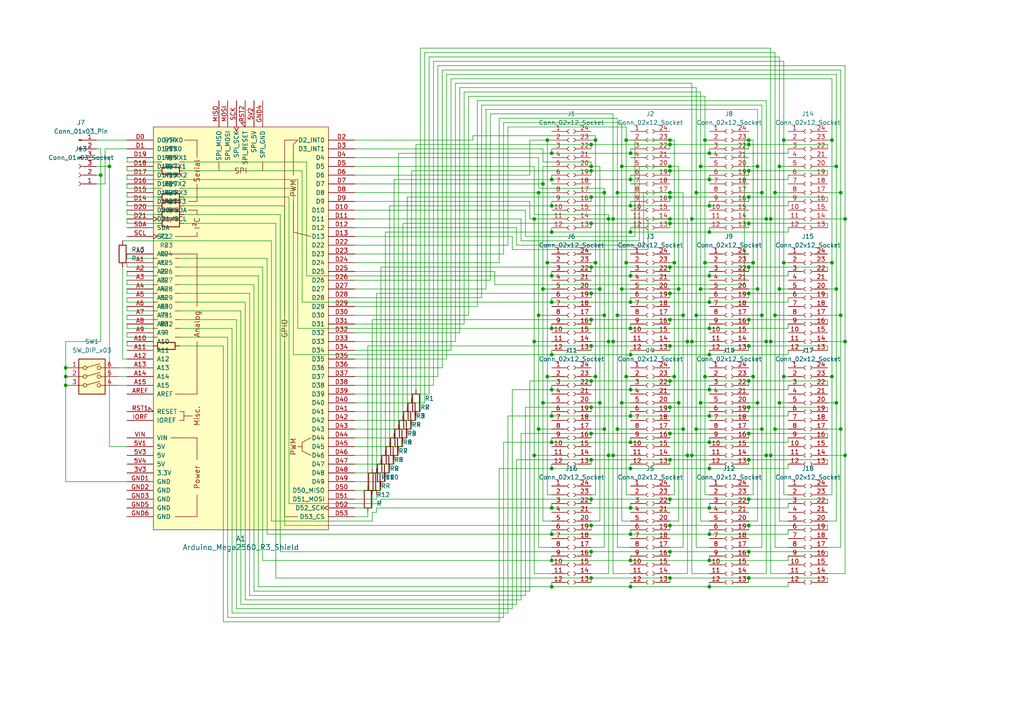
<source format=kicad_sch>
(kicad_sch (version 20250114) (generator "eeschema") (generator_version "9.0")
  (paper "A4")
  (junction (at 220.98 124.46))
  (junction (at 201.93 55.88))
  (junction (at 217.17 100.33))
  (junction (at 205.74 95.25))
  (junction (at 175.26 55.88))
  (junction (at 175.26 91.44))
  (junction (at 173.99 116.84))
  (junction (at 224.79 124.46))
  (junction (at 171.45 57.15))
  (junction (at 171.45 110.49))
  (junction (at 223.52 63.5))
  (junction (at 171.45 133.35))
  (junction (at 160.02 162.56))
  (junction (at 171.45 92.71))
  (junction (at 177.8 99.06))
  (junction (at 205.74 170.18))
  (junction (at 182.88 44.45))
  (junction (at 156.21 55.88))
  (junction (at 199.39 132.08))
  (junction (at 227.33 109.22))
  (junction (at 158.75 109.22))
  (junction (at 194.31 48.26))
  (junction (at 19.05 109.22))
  (junction (at 182.88 128.27))
  (junction (at 157.48 53.34))
  (junction (at 160.02 113.03))
  (junction (at 171.45 48.26))
  (junction (at 160.02 102.87))
  (junction (at 181.61 109.22))
  (junction (at 222.25 63.5))
  (junction (at 177.8 132.08))
  (junction (at 200.66 99.06))
  (junction (at 19.05 106.68))
  (junction (at 182.88 87.63))
  (junction (at 205.74 102.87))
  (junction (at 205.74 113.03))
  (junction (at 194.31 63.5))
  (junction (at 171.45 152.4))
  (junction (at 218.44 109.22))
  (junction (at 194.31 167.64))
  (junction (at 227.33 76.2))
  (junction (at 195.58 76.2))
  (junction (at 205.74 87.63))
  (junction (at 204.47 76.2))
  (junction (at 223.52 99.06))
  (junction (at 200.66 132.08))
  (junction (at 217.17 110.49))
  (junction (at 171.45 144.78))
  (junction (at 217.17 57.15))
  (junction (at 160.02 67.31))
  (junction (at 219.71 116.84))
  (junction (at 205.74 162.56))
  (junction (at 160.02 44.45))
  (junction (at 171.45 85.09))
  (junction (at 217.17 40.64))
  (junction (at 200.66 63.5))
  (junction (at 243.84 124.46))
  (junction (at 194.31 100.33))
  (junction (at 173.99 83.82))
  (junction (at 182.88 67.31))
  (junction (at 242.57 116.84))
  (junction (at 241.3 40.64))
  (junction (at 176.53 99.06))
  (junction (at 181.61 76.2))
  (junction (at 243.84 91.44))
  (junction (at 217.17 167.64))
  (junction (at 182.88 113.03))
  (junction (at 205.74 52.07))
  (junction (at 194.31 57.15))
  (junction (at 203.2 116.84))
  (junction (at 220.98 55.88))
  (junction (at 194.31 85.09))
  (junction (at 177.8 63.5))
  (junction (at 217.17 41.91))
  (junction (at 171.45 77.47))
  (junction (at 223.52 132.08))
  (junction (at 194.31 41.91))
  (junction (at 205.74 44.45))
  (junction (at 179.07 55.88))
  (junction (at 219.71 83.82))
  (junction (at 194.31 125.73))
  (junction (at 182.88 52.07))
  (junction (at 194.31 152.4))
  (junction (at 217.17 85.09))
  (junction (at 204.47 109.22))
  (junction (at 217.17 118.11))
  (junction (at 171.45 167.64))
  (junction (at 198.12 124.46))
  (junction (at 180.34 48.26))
  (junction (at 205.74 128.27))
  (junction (at 205.74 80.01))
  (junction (at 176.53 132.08))
  (junction (at 242.57 48.26))
  (junction (at 172.72 76.2))
  (junction (at 171.45 118.11))
  (junction (at 194.31 160.02))
  (junction (at 157.48 116.84))
  (junction (at 245.11 63.5))
  (junction (at 160.02 95.25))
  (junction (at 242.57 83.82))
  (junction (at 182.88 120.65))
  (junction (at 182.88 95.25))
  (junction (at 156.21 124.46))
  (junction (at 180.34 116.84))
  (junction (at 182.88 102.87))
  (junction (at 217.17 152.4))
  (junction (at 194.31 64.77))
  (junction (at 158.75 76.2))
  (junction (at 226.06 83.82))
  (junction (at 217.17 133.35))
  (junction (at 19.05 111.76))
  (junction (at 182.88 80.01))
  (junction (at 205.74 67.31))
  (junction (at 157.48 83.82))
  (junction (at 171.45 64.77))
  (junction (at 154.94 132.08))
  (junction (at 172.72 109.22))
  (junction (at 198.12 91.44))
  (junction (at 205.74 135.89))
  (junction (at 226.06 48.26))
  (junction (at 194.31 92.71))
  (junction (at 171.45 160.02))
  (junction (at 160.02 128.27))
  (junction (at 160.02 52.07))
  (junction (at 160.02 80.01))
  (junction (at 171.45 125.73))
  (junction (at 154.94 99.06))
  (junction (at 160.02 120.65))
  (junction (at 218.44 76.2))
  (junction (at 176.53 63.5))
  (junction (at 194.31 118.11))
  (junction (at 182.88 147.32))
  (junction (at 194.31 40.64))
  (junction (at 160.02 147.32))
  (junction (at 217.17 125.73))
  (junction (at 217.17 64.77))
  (junction (at 29.21 50.8))
  (junction (at 194.31 144.78))
  (junction (at 156.21 91.44))
  (junction (at 160.02 59.69))
  (junction (at 195.58 109.22))
  (junction (at 194.31 110.49))
  (junction (at 217.17 160.02))
  (junction (at 227.33 40.64))
  (junction (at 194.31 55.88))
  (junction (at 154.94 63.5))
  (junction (at 175.26 124.46))
  (junction (at 194.31 77.47))
  (junction (at 31.75 48.26))
  (junction (at 226.06 116.84))
  (junction (at 196.85 116.84))
  (junction (at 158.75 40.64))
  (junction (at 196.85 83.82))
  (junction (at 222.25 99.06))
  (junction (at 217.17 92.71))
  (junction (at 160.02 154.94))
  (junction (at 194.31 133.35))
  (junction (at 203.2 48.26))
  (junction (at 160.02 87.63))
  (junction (at 224.79 55.88))
  (junction (at 241.3 76.2))
  (junction (at 205.74 147.32))
  (junction (at 179.07 91.44))
  (junction (at 171.45 49.53))
  (junction (at 199.39 99.06))
  (junction (at 201.93 124.46))
  (junction (at 171.45 41.91))
  (junction (at 181.61 40.64))
  (junction (at 205.74 154.94))
  (junction (at 205.74 120.65))
  (junction (at 220.98 91.44))
  (junction (at 245.11 99.06))
  (junction (at 201.93 91.44))
  (junction (at 245.11 132.08))
  (junction (at 217.17 49.53))
  (junction (at 217.17 144.78))
  (junction (at 217.17 77.47))
  (junction (at 171.45 100.33))
  (junction (at 182.88 59.69))
  (junction (at 172.72 40.64))
  (junction (at 219.71 48.26))
  (junction (at 224.79 91.44))
  (junction (at 179.07 124.46))
  (junction (at 182.88 135.89))
  (junction (at 203.2 83.82))
  (junction (at 182.88 162.56))
  (junction (at 182.88 170.18))
  (junction (at 194.31 49.53))
  (junction (at 182.88 154.94))
  (junction (at 180.34 83.82))
  (junction (at 160.02 135.89))
  (junction (at 243.84 55.88))
  (junction (at 222.25 132.08))
  (junction (at 205.74 59.69))
  (junction (at 204.47 40.64))
  (junction (at 241.3 109.22))
  (junction (at 160.02 170.18))
  (wire (pts (xy 115.57 123.19) (xy 115.57 44.45)))
  (wire (pts (xy 205.74 170.18) (xy 228.6 170.18)))
  (wire (pts (xy 217.17 55.88) (xy 220.98 55.88)))
  (wire (pts (xy 205.74 52.07) (xy 205.74 50.8)))
  (wire (pts (xy 36.83 80.01) (xy 36.83 78.74)))
  (wire (pts (xy 182.88 86.36) (xy 182.88 87.63)))
  (wire (pts (xy 127 109.22) (xy 127 19.05)))
  (wire (pts (xy 152.4 68.58) (xy 184.15 68.58)))
  (wire (pts (xy 241.3 76.2) (xy 241.3 109.22)))
  (wire (pts (xy 160.02 80.01) (xy 88.9 80.01)))
  (wire (pts (xy 228.6 48.26) (xy 226.06 48.26)))
  (wire (pts (xy 241.3 40.64) (xy 241.3 76.2)))
  (wire (pts (xy 31.75 129.54) (xy 31.75 48.26)))
  (wire (pts (xy 156.21 54.61) (xy 156.21 45.72)))
  (wire (pts (xy 172.72 40.64) (xy 172.72 39.37)))
  (wire (pts (xy 147.32 177.8) (xy 147.32 120.65)))
  (wire (pts (xy 228.6 52.07) (xy 228.6 50.8)))
  (wire (pts (xy 29.21 50.8) (xy 29.21 99.06)))
  (wire (pts (xy 157.48 46.99) (xy 171.45 46.99)))
  (wire (pts (xy 187.96 72.39) (xy 148.59 72.39)))
  (wire (pts (xy 220.98 30.48) (xy 220.98 55.88)))
  (wire (pts (xy 160.02 50.8) (xy 160.02 52.07)))
  (wire (pts (xy 36.83 62.23) (xy 45.72 62.23)))
  (wire (pts (xy 113.03 128.27) (xy 113.03 59.69)))
  (wire (pts (xy 205.74 59.69) (xy 228.6 59.69)))
  (wire (pts (xy 53.34 62.23) (xy 81.28 62.23)))
  (wire (pts (xy 205.74 40.64) (xy 204.47 40.64)))
  (wire (pts (xy 241.3 109.22) (xy 241.3 143.51)))
  (wire (pts (xy 36.83 77.47) (xy 44.45 77.47)))
  (wire (pts (xy 45.72 59.69) (xy 36.83 59.69)))
  (wire (pts (xy 245.11 99.06) (xy 245.11 132.08)))
  (wire (pts (xy 36.83 54.61) (xy 45.72 54.61)))
  (wire (pts (xy 157.48 43.18) (xy 157.48 46.99)))
  (wire (pts (xy 217.17 133.35) (xy 217.17 134.62)))
  (wire (pts (xy 36.83 53.34) (xy 36.83 54.61)))
  (wire (pts (xy 149.86 133.35) (xy 171.45 133.35)))
  (wire (pts (xy 241.3 40.64) (xy 241.3 22.86)))
  (wire (pts (xy 227.33 40.64) (xy 227.33 17.78)))
  (wire (pts (xy 171.45 160.02) (xy 171.45 161.29)))
  (wire (pts (xy 204.47 40.64) (xy 204.47 76.2)))
  (wire (pts (xy 223.52 99.06) (xy 223.52 132.08)))
  (wire (pts (xy 177.8 63.5) (xy 177.8 33.02)))
  (wire (pts (xy 44.45 95.25) (xy 36.83 95.25)))
  (wire (pts (xy 102.87 58.42) (xy 153.67 58.42)))
  (wire (pts (xy 240.03 55.88) (xy 243.84 55.88)))
  (wire (pts (xy 194.31 144.78) (xy 194.31 146.05)))
  (wire (pts (xy 182.88 43.18) (xy 182.88 44.45)))
  (wire (pts (xy 240.03 152.4) (xy 240.03 153.67)))
  (wire (pts (xy 194.31 91.44) (xy 198.12 91.44)))
  (wire (pts (xy 116.84 128.27) (xy 116.84 129.54)))
  (wire (pts (xy 240.03 160.02) (xy 217.17 160.02)))
  (wire (pts (xy 220.98 124.46) (xy 220.98 158.75)))
  (wire (pts (xy 160.02 127) (xy 160.02 128.27)))
  (wire (pts (xy 176.53 63.5) (xy 176.53 99.06)))
  (wire (pts (xy 144.78 135.89) (xy 160.02 135.89)))
  (wire (pts (xy 146.05 128.27) (xy 146.05 179.07)))
  (wire (pts (xy 196.85 151.13) (xy 194.31 151.13)))
  (wire (pts (xy 149.86 66.04) (xy 149.86 71.12)))
  (wire (pts (xy 240.03 160.02) (xy 240.03 161.29)))
  (wire (pts (xy 156.21 124.46) (xy 160.02 124.46)))
  (wire (pts (xy 186.69 55.88) (xy 194.31 55.88)))
  (wire (pts (xy 129.54 104.14) (xy 129.54 21.59)))
  (wire (pts (xy 228.6 59.69) (xy 228.6 58.42)))
  (wire (pts (xy 194.31 77.47) (xy 171.45 77.47)))
  (wire (pts (xy 227.33 40.64) (xy 227.33 76.2)))
  (wire (pts (xy 160.02 40.64) (xy 158.75 40.64)))
  (wire (pts (xy 152.4 60.96) (xy 152.4 68.58)))
  (wire (pts (xy 177.8 63.5) (xy 182.88 63.5)))
  (wire (pts (xy 194.31 99.06) (xy 199.39 99.06)))
  (wire (pts (xy 45.72 46.99) (xy 36.83 46.99)))
  (wire (pts (xy 217.17 125.73) (xy 194.31 125.73)))
  (wire (pts (xy 121.92 13.97) (xy 223.52 13.97)))
  (wire (pts (xy 115.57 44.45) (xy 160.02 44.45)))
  (wire (pts (xy 181.61 76.2) (xy 181.61 109.22)))
  (wire (pts (xy 242.57 21.59) (xy 242.57 48.26)))
  (wire (pts (xy 181.61 40.64) (xy 181.61 36.83)))
  (wire (pts (xy 36.83 76.2) (xy 36.83 77.47)))
  (wire (pts (xy 102.87 48.26) (xy 154.94 48.26)))
  (wire (pts (xy 102.87 60.96) (xy 152.4 60.96)))
  (wire (pts (xy 186.69 71.12) (xy 186.69 55.88)))
  (wire (pts (xy 240.03 77.47) (xy 217.17 77.47)))
  (wire (pts (xy 83.82 146.05) (xy 83.82 57.15)))
  (wire (pts (xy 158.75 76.2) (xy 160.02 76.2)))
  (wire (pts (xy 182.88 48.26) (xy 180.34 48.26)))
  (wire (pts (xy 200.66 132.08) (xy 205.74 132.08)))
  (wire (pts (xy 115.57 132.08) (xy 115.57 130.81)))
  (wire (pts (xy 203.2 83.82) (xy 203.2 116.84)))
  (wire (pts (xy 203.2 26.67) (xy 134.62 26.67)))
  (wire (pts (xy 88.9 80.01) (xy 88.9 46.99)))
  (wire (pts (xy 182.88 95.25) (xy 205.74 95.25)))
  (wire (pts (xy 102.87 43.18) (xy 157.48 43.18)))
  (wire (pts (xy 128.27 20.32) (xy 128.27 106.68)))
  (wire (pts (xy 228.6 101.6) (xy 228.6 102.87)))
  (wire (pts (xy 158.75 40.64) (xy 153.67 40.64)))
  (wire (pts (xy 127 19.05) (xy 245.11 19.05)))
  (wire (pts (xy 228.6 119.38) (xy 228.6 120.65)))
  (wire (pts (xy 200.66 99.06) (xy 200.66 132.08)))
  (wire (pts (xy 52.07 77.47) (xy 76.2 77.47)))
  (wire (pts (xy 215.9 82.55) (xy 215.9 40.64)))
  (wire (pts (xy 227.33 76.2) (xy 228.6 76.2)))
  (wire (pts (xy 142.24 33.02) (xy 177.8 33.02)))
  (wire (pts (xy 157.48 83.82) (xy 160.02 83.82)))
  (wire (pts (xy 158.75 109.22) (xy 158.75 143.51)))
  (wire (pts (xy 200.66 63.5) (xy 200.66 24.13)))
  (wire (pts (xy 205.74 162.56) (xy 228.6 162.56)))
  (wire (pts (xy 240.03 125.73) (xy 240.03 127)))
  (wire (pts (xy 102.87 109.22) (xy 127 109.22)))
  (wire (pts (xy 187.96 63.5) (xy 187.96 72.39)))
  (wire (pts (xy 151.13 63.5) (xy 151.13 69.85)))
  (wire (pts (xy 102.87 81.28) (xy 142.24 81.28)))
  (wire (pts (xy 200.66 24.13) (xy 132.08 24.13)))
  (wire (pts (xy 160.02 58.42) (xy 160.02 59.69)))
  (wire (pts (xy 217.17 110.49) (xy 194.31 110.49)))
  (wire (pts (xy 171.45 46.99) (xy 171.45 48.26)))
  (wire (pts (xy 172.72 40.64) (xy 172.72 76.2)))
  (wire (pts (xy 171.45 77.47) (xy 171.45 78.74)))
  (wire (pts (xy 125.73 17.78) (xy 125.73 111.76)))
  (wire (pts (xy 242.57 151.13) (xy 240.03 151.13)))
  (wire (pts (xy 71.12 87.63) (xy 71.12 173.99)))
  (wire (pts (xy 154.94 62.23) (xy 154.94 48.26)))
  (wire (pts (xy 171.45 132.08) (xy 176.53 132.08)))
  (wire (pts (xy 175.26 124.46) (xy 175.26 158.75)))
  (wire (pts (xy 228.6 153.67) (xy 228.6 154.94)))
  (wire (pts (xy 80.01 167.64) (xy 80.01 64.77)))
  (wire (pts (xy 171.45 167.64) (xy 80.01 167.64)))
  (wire (pts (xy 171.45 77.47) (xy 110.49 77.47)))
  (wire (pts (xy 204.47 27.94) (xy 204.47 40.64)))
  (wire (pts (xy 147.32 36.83) (xy 147.32 71.12)))
  (wire (pts (xy 240.03 167.64) (xy 217.17 167.64)))
  (wire (pts (xy 102.87 144.78) (xy 109.22 144.78)))
  (wire (pts (xy 201.93 124.46) (xy 201.93 91.44)))
  (wire (pts (xy 224.79 91.44) (xy 228.6 91.44)))
  (wire (pts (xy 217.17 85.09) (xy 194.31 85.09)))
  (wire (pts (xy 240.03 49.53) (xy 217.17 49.53)))
  (wire (pts (xy 172.72 76.2) (xy 172.72 109.22)))
  (wire (pts (xy 36.83 52.07) (xy 36.83 50.8)))
  (wire (pts (xy 240.03 144.78) (xy 217.17 144.78)))
  (wire (pts (xy 217.17 144.78) (xy 194.31 144.78)))
  (wire (pts (xy 194.31 49.53) (xy 194.31 50.8)))
  (wire (pts (xy 217.17 48.26) (xy 219.71 48.26)))
  (wire (pts (xy 240.03 132.08) (xy 245.11 132.08)))
  (wire (pts (xy 205.74 135.89) (xy 228.6 135.89)))
  (wire (pts (xy 194.31 49.53) (xy 171.45 49.53)))
  (wire (pts (xy 102.87 68.58) (xy 148.59 68.58)))
  (wire (pts (xy 182.88 168.91) (xy 182.88 170.18)))
  (wire (pts (xy 45.72 57.15) (xy 36.83 57.15)))
  (wire (pts (xy 36.83 95.25) (xy 36.83 93.98)))
  (wire (pts (xy 102.87 93.98) (xy 134.62 93.98)))
  (wire (pts (xy 194.31 118.11) (xy 194.31 119.38)))
  (wire (pts (xy 31.75 48.26) (xy 27.94 48.26)))
  (wire (pts (xy 171.45 144.78) (xy 110.49 144.78)))
  (wire (pts (xy 34.29 109.22) (xy 36.83 109.22)))
  (wire (pts (xy 29.21 99.06) (xy 19.05 99.06)))
  (wire (pts (xy 194.31 167.64) (xy 194.31 168.91)))
  (wire (pts (xy 72.39 85.09) (xy 72.39 172.72)))
  (wire (pts (xy 176.53 62.23) (xy 154.94 62.23)))
  (wire (pts (xy 102.87 121.92) (xy 120.65 121.92)))
  (wire (pts (xy 160.02 119.38) (xy 160.02 120.65)))
  (wire (pts (xy 245.11 132.08) (xy 245.11 166.37)))
  (wire (pts (xy 158.75 109.22) (xy 160.02 109.22)))
  (wire (pts (xy 52.07 97.79) (xy 66.04 97.79)))
  (wire (pts (xy 171.45 125.73) (xy 171.45 127)))
  (wire (pts (xy 52.07 87.63) (xy 71.12 87.63)))
  (wire (pts (xy 240.03 125.73) (xy 217.17 125.73)))
  (wire (pts (xy 147.32 120.65) (xy 160.02 120.65)))
  (wire (pts (xy 36.83 59.69) (xy 36.83 58.42)))
  (wire (pts (xy 171.45 41.91) (xy 120.65 41.91)))
  (wire (pts (xy 182.88 111.76) (xy 182.88 113.03)))
  (wire (pts (xy 227.33 17.78) (xy 125.73 17.78)))
  (wire (pts (xy 198.12 55.88) (xy 198.12 91.44)))
  (wire (pts (xy 224.79 91.44) (xy 224.79 55.88)))
  (wire (pts (xy 160.02 67.31) (xy 182.88 67.31)))
  (wire (pts (xy 205.74 95.25) (xy 205.74 93.98)))
  (wire (pts (xy 73.66 82.55) (xy 73.66 171.45)))
  (wire (pts (xy 194.31 77.47) (xy 194.31 78.74)))
  (wire (pts (xy 218.44 143.51) (xy 217.17 143.51)))
  (wire (pts (xy 171.45 118.11) (xy 171.45 119.38)))
  (wire (pts (xy 194.31 133.35) (xy 194.31 134.62)))
  (wire (pts (xy 138.43 29.21) (xy 138.43 88.9)))
  (wire (pts (xy 240.03 158.75) (xy 243.84 158.75)))
  (wire (pts (xy 160.02 95.25) (xy 182.88 95.25)))
  (wire (pts (xy 102.87 86.36) (xy 139.7 86.36)))
  (wire (pts (xy 36.83 81.28) (xy 36.83 82.55)))
  (wire (pts (xy 102.87 96.52) (xy 133.35 96.52)))
  (wire (pts (xy 151.13 125.73) (xy 151.13 173.99)))
  (wire (pts (xy 220.98 55.88) (xy 220.98 91.44)))
  (wire (pts (xy 194.31 158.75) (xy 198.12 158.75)))
  (wire (pts (xy 171.45 91.44) (xy 175.26 91.44)))
  (wire (pts (xy 240.03 85.09) (xy 240.03 86.36)))
  (wire (pts (xy 118.11 57.15) (xy 171.45 57.15)))
  (wire (pts (xy 217.17 152.4) (xy 217.17 153.67)))
  (wire (pts (xy 182.88 99.06) (xy 177.8 99.06)))
  (wire (pts (xy 194.31 125.73) (xy 171.45 125.73)))
  (wire (pts (xy 179.07 158.75) (xy 179.07 124.46)))
  (wire (pts (xy 156.21 91.44) (xy 156.21 55.88)))
  (wire (pts (xy 240.03 83.82) (xy 242.57 83.82)))
  (wire (pts (xy 102.87 119.38) (xy 121.92 119.38)))
  (wire (pts (xy 160.02 66.04) (xy 160.02 67.31)))
  (wire (pts (xy 173.99 116.84) (xy 173.99 151.13)))
  (wire (pts (xy 240.03 99.06) (xy 245.11 99.06)))
  (wire (pts (xy 179.07 55.88) (xy 182.88 55.88)))
  (wire (pts (xy 154.94 132.08) (xy 154.94 166.37)))
  (wire (pts (xy 171.45 125.73) (xy 151.13 125.73)))
  (wire (pts (xy 153.67 63.5) (xy 153.67 58.42)))
  (wire (pts (xy 217.17 100.33) (xy 217.17 101.6)))
  (wire (pts (xy 160.02 102.87) (xy 182.88 102.87)))
  (wire (pts (xy 102.87 149.86) (xy 106.68 149.86)))
  (wire (pts (xy 72.39 85.09) (xy 52.07 85.09)))
  (wire (pts (xy 228.6 111.76) (xy 228.6 113.03)))
  (wire (pts (xy 111.76 67.31) (xy 111.76 130.81)))
  (wire (pts (xy 148.59 72.39) (xy 148.59 68.58)))
  (wire (pts (xy 194.31 152.4) (xy 171.45 152.4)))
  (wire (pts (xy 36.83 96.52) (xy 36.83 97.79)))
  (wire (pts (xy 102.87 104.14) (xy 129.54 104.14)))
  (wire (pts (xy 171.45 133.35) (xy 171.45 134.62)))
  (wire (pts (xy 34.29 111.76) (xy 36.83 111.76)))
  (wire (pts (xy 217.17 64.77) (xy 217.17 66.04)))
  (wire (pts (xy 217.17 92.71) (xy 217.17 93.98)))
  (wire (pts (xy 102.87 137.16) (xy 113.03 137.16)))
  (wire (pts (xy 172.72 109.22) (xy 172.72 143.51)))
  (wire (pts (xy 76.2 162.56) (xy 160.02 162.56)))
  (wire (pts (xy 182.88 154.94) (xy 205.74 154.94)))
  (wire (pts (xy 217.17 116.84) (xy 219.71 116.84)))
  (wire (pts (xy 160.02 168.91) (xy 160.02 170.18)))
  (wire (pts (xy 154.94 99.06) (xy 154.94 63.5)))
  (wire (pts (xy 203.2 83.82) (xy 205.74 83.82)))
  (wire (pts (xy 102.87 76.2) (xy 144.78 76.2)))
  (wire (pts (xy 240.03 116.84) (xy 242.57 116.84)))
  (wire (pts (xy 106.68 140.97) (xy 106.68 100.33)))
  (wire (pts (xy 228.6 146.05) (xy 228.6 147.32)))
  (wire (pts (xy 205.74 153.67) (xy 205.74 154.94)))
  (wire (pts (xy 240.03 144.78) (xy 240.03 146.05)))
  (wire (pts (xy 240.03 49.53) (xy 240.03 50.8)))
  (wire (pts (xy 102.87 40.64) (xy 137.16 40.64)))
  (wire (pts (xy 133.35 25.4) (xy 201.93 25.4)))
  (wire (pts (xy 245.11 63.5) (xy 245.11 99.06)))
  (wire (pts (xy 203.2 116.84) (xy 203.2 151.13)))
  (wire (pts (xy 156.21 158.75) (xy 160.02 158.75)))
  (wire (pts (xy 179.07 124.46) (xy 179.07 91.44)))
  (wire (pts (xy 184.15 68.58) (xy 184.15 40.64)))
  (wire (pts (xy 35.56 69.85) (xy 78.74 69.85)))
  (wire (pts (xy 179.07 55.88) (xy 179.07 34.29)))
  (wire (pts (xy 217.17 125.73) (xy 217.17 127)))
  (wire (pts (xy 228.6 43.18) (xy 228.6 44.45)))
  (wire (pts (xy 242.57 48.26) (xy 242.57 83.82)))
  (wire (pts (xy 36.83 90.17) (xy 36.83 88.9)))
  (wire (pts (xy 36.83 48.26) (xy 36.83 49.53)))
  (wire (pts (xy 102.87 83.82) (xy 140.97 83.82)))
  (wire (pts (xy 69.85 175.26) (xy 149.86 175.26)))
  (wire (pts (xy 226.06 48.26) (xy 226.06 83.82)))
  (wire (pts (xy 203.2 48.26) (xy 203.2 26.67)))
  (wire (pts (xy 194.31 125.73) (xy 194.31 127)))
  (wire (pts (xy 109.22 85.09) (xy 171.45 85.09)))
  (wire (pts (xy 102.87 88.9) (xy 138.43 88.9)))
  (wire (pts (xy 113.03 59.69) (xy 160.02 59.69)))
  (wire (pts (xy 240.03 76.2) (xy 241.3 76.2)))
  (wire (pts (xy 67.31 95.25) (xy 67.31 177.8)))
  (wire (pts (xy 160.02 113.03) (xy 148.59 113.03)))
  (wire (pts (xy 240.03 92.71) (xy 217.17 92.71)))
  (wire (pts (xy 224.79 158.75) (xy 228.6 158.75)))
  (wire (pts (xy 152.4 118.11) (xy 171.45 118.11)))
  (wire (pts (xy 179.07 158.75) (xy 182.88 158.75)))
  (wire (pts (xy 171.45 167.64) (xy 194.31 167.64)))
  (wire (pts (xy 153.67 110.49) (xy 153.67 171.45)))
  (wire (pts (xy 194.31 76.2) (xy 195.58 76.2)))
  (wire (pts (xy 228.6 67.31) (xy 228.6 66.04)))
  (wire (pts (xy 203.2 116.84) (xy 205.74 116.84)))
  (wire (pts (xy 52.07 92.71) (xy 68.58 92.71)))
  (wire (pts (xy 102.87 73.66) (xy 146.05 73.66)))
  (wire (pts (xy 194.31 152.4) (xy 194.31 153.67)))
  (wire (pts (xy 132.08 24.13) (xy 132.08 99.06)))
  (wire (pts (xy 171.45 124.46) (xy 175.26 124.46)))
  (wire (pts (xy 160.02 113.03) (xy 182.88 113.03)))
  (wire (pts (xy 217.17 77.47) (xy 217.17 78.74)))
  (wire (pts (xy 205.74 147.32) (xy 228.6 147.32)))
  (wire (pts (xy 182.88 119.38) (xy 182.88 120.65)))
  (wire (pts (xy 240.03 124.46) (xy 243.84 124.46)))
  (wire (pts (xy 160.02 135.89) (xy 182.88 135.89)))
  (wire (pts (xy 153.67 40.64) (xy 153.67 50.8)))
  (wire (pts (xy 194.31 160.02) (xy 171.45 160.02)))
  (wire (pts (xy 199.39 99.06) (xy 199.39 132.08)))
  (wire (pts (xy 154.94 99.06) (xy 154.94 132.08)))
  (wire (pts (xy 173.99 48.26) (xy 173.99 83.82)))
  (wire (pts (xy 171.45 64.77) (xy 171.45 66.04)))
  (wire (pts (xy 177.8 99.06) (xy 177.8 63.5)))
  (wire (pts (xy 194.31 48.26) (xy 185.42 48.26)))
  (wire (pts (xy 240.03 57.15) (xy 217.17 57.15)))
  (wire (pts (xy 160.02 153.67) (xy 160.02 154.94)))
  (wire (pts (xy 223.52 13.97) (xy 223.52 63.5)))
  (wire (pts (xy 182.88 134.62) (xy 182.88 135.89)))
  (wire (pts (xy 157.48 151.13) (xy 160.02 151.13)))
  (wire (pts (xy 118.11 127) (xy 118.11 125.73)))
  (wire (pts (xy 107.95 92.71) (xy 107.95 135.89)))
  (wire (pts (xy 181.61 40.64) (xy 181.61 76.2)))
  (wire (pts (xy 36.83 46.99) (xy 36.83 45.72)))
  (wire (pts (xy 36.83 87.63) (xy 44.45 87.63)))
  (wire (pts (xy 160.02 146.05) (xy 160.02 147.32)))
  (wire (pts (xy 201.93 158.75) (xy 205.74 158.75)))
  (wire (pts (xy 182.88 40.64) (xy 181.61 40.64)))
  (wire (pts (xy 179.07 34.29) (xy 144.78 34.29)))
  (wire (pts (xy 182.88 44.45) (xy 205.74 44.45)))
  (wire (pts (xy 81.28 62.23) (xy 81.28 160.02)))
  (wire (pts (xy 171.45 49.53) (xy 171.45 50.8)))
  (wire (pts (xy 182.88 127) (xy 182.88 128.27)))
  (wire (pts (xy 160.02 111.76) (xy 160.02 113.03)))
  (wire (pts (xy 240.03 133.35) (xy 240.03 134.62)))
  (wire (pts (xy 35.56 104.14) (xy 36.83 104.14)))
  (wire (pts (xy 204.47 76.2) (xy 204.47 109.22)))
  (wire (pts (xy 182.88 102.87) (xy 205.74 102.87)))
  (wire (pts (xy 142.24 81.28) (xy 142.24 33.02)))
  (wire (pts (xy 160.02 134.62) (xy 160.02 135.89)))
  (wire (pts (xy 125.73 111.76) (xy 102.87 111.76)))
  (wire (pts (xy 205.74 43.18) (xy 205.74 44.45)))
  (wire (pts (xy 217.17 100.33) (xy 194.31 100.33)))
  (wire (pts (xy 114.3 134.62) (xy 102.87 134.62)))
  (wire (pts (xy 114.3 133.35) (xy 114.3 134.62)))
  (wire (pts (xy 171.45 144.78) (xy 194.31 144.78)))
  (wire (pts (xy 74.93 80.01) (xy 52.07 80.01)))
  (wire (pts (xy 160.02 78.74) (xy 160.02 80.01)))
  (wire (pts (xy 205.74 95.25) (xy 228.6 95.25)))
  (wire (pts (xy 160.02 154.94) (xy 77.47 154.94)))
  (wire (pts (xy 160.02 93.98) (xy 160.02 95.25)))
  (wire (pts (xy 85.09 102.87) (xy 160.02 102.87)))
  (wire (pts (xy 195.58 143.51) (xy 194.31 143.51)))
  (wire (pts (xy 201.93 124.46) (xy 205.74 124.46)))
  (wire (pts (xy 86.36 52.07) (xy 53.34 52.07)))
  (wire (pts (xy 194.31 64.77) (xy 171.45 64.77)))
  (wire (pts (xy 201.93 25.4) (xy 201.93 55.88)))
  (wire (pts (xy 226.06 116.84) (xy 226.06 151.13)))
  (wire (pts (xy 157.48 48.26) (xy 157.48 53.34)))
  (wire (pts (xy 194.31 63.5) (xy 187.96 63.5)))
  (wire (pts (xy 182.88 153.67) (xy 182.88 154.94)))
  (wire (pts (xy 156.21 158.75) (xy 156.21 124.46)))
  (wire (pts (xy 116.84 64.77) (xy 116.84 120.65)))
  (wire (pts (xy 205.74 78.74) (xy 205.74 80.01)))
  (wire (pts (xy 182.88 80.01) (xy 205.74 80.01)))
  (wire (pts (xy 102.87 127) (xy 118.11 127)))
  (wire (pts (xy 228.6 78.74) (xy 228.6 80.01)))
  (wire (pts (xy 182.88 67.31) (xy 205.74 67.31)))
  (wire (pts (xy 176.53 166.37) (xy 171.45 166.37)))
  (wire (pts (xy 171.45 110.49) (xy 153.67 110.49)))
  (wire (pts (xy 53.34 54.61) (xy 85.09 54.61)))
  (wire (pts (xy 205.74 154.94) (xy 228.6 154.94)))
  (wire (pts (xy 36.83 82.55) (xy 44.45 82.55)))
  (wire (pts (xy 102.87 66.04) (xy 149.86 66.04)))
  (wire (pts (xy 171.45 168.91) (xy 171.45 167.64)))
  (wire (pts (xy 240.03 152.4) (xy 217.17 152.4)))
  (wire (pts (xy 173.99 83.82) (xy 173.99 116.84)))
  (wire (pts (xy 227.33 143.51) (xy 228.6 143.51)))
  (wire (pts (xy 160.02 95.25) (xy 86.36 95.25)))
  (wire (pts (xy 177.8 99.06) (xy 177.8 132.08)))
  (wire (pts (xy 205.74 48.26) (xy 203.2 48.26)))
  (wire (pts (xy 220.98 91.44) (xy 220.98 124.46)))
  (wire (pts (xy 222.25 29.21) (xy 138.43 29.21)))
  (wire (pts (xy 222.25 63.5) (xy 222.25 29.21)))
  (wire (pts (xy 243.84 124.46) (xy 243.84 158.75)))
  (wire (pts (xy 217.17 40.64) (xy 218.44 40.64)))
  (wire (pts (xy 102.87 101.6) (xy 130.81 101.6)))
  (wire (pts (xy 102.87 63.5) (xy 151.13 63.5)))
  (wire (pts (xy 182.88 161.29) (xy 182.88 162.56)))
  (wire (pts (xy 217.17 118.11) (xy 194.31 118.11)))
  (wire (pts (xy 217.17 132.08) (xy 222.25 132.08)))
  (wire (pts (xy 219.71 31.75) (xy 140.97 31.75)))
  (wire (pts (xy 180.34 48.26) (xy 180.34 83.82)))
  (wire (pts (xy 205.74 113.03) (xy 205.74 111.76)))
  (wire (pts (xy 223.52 63.5) (xy 228.6 63.5)))
  (wire (pts (xy 35.56 77.47) (xy 35.56 104.14)))
  (wire (pts (xy 182.88 128.27) (xy 205.74 128.27)))
  (wire (pts (xy 224.79 124.46) (xy 224.79 91.44)))
  (wire (pts (xy 181.61 76.2) (xy 182.88 76.2)))
  (wire (pts (xy 177.8 132.08) (xy 177.8 166.37)))
  (wire (pts (xy 135.89 91.44) (xy 135.89 27.94)))
  (wire (pts (xy 68.58 176.53) (xy 68.58 92.71)))
  (wire (pts (xy 36.83 86.36) (xy 36.83 87.63)))
  (wire (pts (xy 44.45 85.09) (xy 36.83 85.09)))
  (wire (pts (xy 67.31 177.8) (xy 147.32 177.8)))
  (wire (pts (xy 107.95 143.51) (xy 107.95 147.32)))
  (wire (pts (xy 19.05 99.06) (xy 19.05 106.68)))
  (wire (pts (xy 36.83 85.09) (xy 36.83 83.82)))
  (wire (pts (xy 36.83 73.66) (xy 36.83 74.93)))
  (wire (pts (xy 240.03 109.22) (xy 241.3 109.22)))
  (wire (pts (xy 139.7 86.36) (xy 139.7 30.48)))
  (wire (pts (xy 217.17 41.91) (xy 240.03 41.91)))
  (wire (pts (xy 110.49 140.97) (xy 110.49 142.24)))
  (wire (pts (xy 182.88 52.07) (xy 205.74 52.07)))
  (wire (pts (xy 144.78 180.34) (xy 144.78 135.89)))
  (wire (pts (xy 78.74 151.13) (xy 107.95 151.13)))
  (wire (pts (xy 240.03 100.33) (xy 240.03 101.6)))
  (wire (pts (xy 160.02 43.18) (xy 160.02 44.45)))
  (wire (pts (xy 217.17 99.06) (xy 222.25 99.06)))
  (wire (pts (xy 102.87 71.12) (xy 147.32 71.12)))
  (wire (pts (xy 194.31 92.71) (xy 194.31 93.98)))
  (wire (pts (xy 194.31 85.09) (xy 194.31 86.36)))
  (wire (pts (xy 240.03 100.33) (xy 217.17 100.33)))
  (wire (pts (xy 227.33 76.2) (xy 227.33 109.22)))
  (wire (pts (xy 106.68 149.86) (xy 106.68 148.59)))
  (wire (pts (xy 176.53 132.08) (xy 176.53 166.37)))
  (wire (pts (xy 240.03 110.49) (xy 217.17 110.49)))
  (wire (pts (xy 119.38 49.53) (xy 119.38 115.57)))
  (wire (pts (xy 240.03 118.11) (xy 240.03 119.38)))
  (wire (pts (xy 151.13 69.85) (xy 185.42 69.85)))
  (wire (pts (xy 240.03 64.77) (xy 240.03 66.04)))
  (wire (pts (xy 140.97 31.75) (xy 140.97 83.82)))
  (wire (pts (xy 160.02 128.27) (xy 146.05 128.27)))
  (wire (pts (xy 69.85 90.17) (xy 52.07 90.17)))
  (wire (pts (xy 224.79 124.46) (xy 228.6 124.46)))
  (wire (pts (xy 29.21 50.8) (xy 27.94 50.8)))
  (wire (pts (xy 204.47 143.51) (xy 205.74 143.51)))
  (wire (pts (xy 123.19 116.84) (xy 102.87 116.84)))
  (wire (pts (xy 205.74 134.62) (xy 205.74 135.89)))
  (wire (pts (xy 200.66 166.37) (xy 205.74 166.37)))
  (wire (pts (xy 240.03 110.49) (xy 240.03 111.76)))
  (wire (pts (xy 158.75 40.64) (xy 158.75 76.2)))
  (wire (pts (xy 205.74 120.65) (xy 228.6 120.65)))
  (wire (pts (xy 176.53 63.5) (xy 176.53 62.23)))
  (wire (pts (xy 205.74 59.69) (xy 205.74 58.42)))
  (wire (pts (xy 171.45 100.33) (xy 171.45 101.6)))
  (wire (pts (xy 227.33 109.22) (xy 228.6 109.22)))
  (wire (pts (xy 171.45 99.06) (xy 176.53 99.06)))
  (wire (pts (xy 228.6 161.29) (xy 228.6 162.56)))
  (wire (pts (xy 120.65 41.91) (xy 120.65 113.03)))
  (wire (pts (xy 171.45 43.18) (xy 171.45 41.91)))
  (wire (pts (xy 223.52 132.08) (xy 223.52 166.37)))
  (wire (pts (xy 36.83 92.71) (xy 44.45 92.71)))
  (wire (pts (xy 109.22 144.78) (xy 109.22 143.51)))
  (wire (pts (xy 224.79 55.88) (xy 224.79 15.24)))
  (wire (pts (xy 243.84 55.88) (xy 243.84 20.32)))
  (wire (pts (xy 157.48 116.84) (xy 160.02 116.84)))
  (wire (pts (xy 205.74 87.63) (xy 228.6 87.63)))
  (wire (pts (xy 157.48 116.84) (xy 157.48 151.13)))
  (wire (pts (xy 182.88 67.31) (xy 182.88 66.04)))
  (wire (pts (xy 222.25 166.37) (xy 217.17 166.37)))
  (wire (pts (xy 199.39 166.37) (xy 194.31 166.37)))
  (wire (pts (xy 44.45 80.01) (xy 36.83 80.01)))
  (wire (pts (xy 137.16 39.37) (xy 137.16 40.64)))
  (wire (pts (xy 243.84 55.88) (xy 243.84 91.44)))
  (wire (pts (xy 175.26 54.61) (xy 156.21 54.61)))
  (wire (pts (xy 242.57 83.82) (xy 242.57 116.84)))
  (wire (pts (xy 223.52 99.06) (xy 223.52 63.5)))
  (wire (pts (xy 227.33 109.22) (xy 227.33 143.51)))
  (wire (pts (xy 44.45 74.93) (xy 36.83 74.93)))
  (wire (pts (xy 179.07 91.44) (xy 182.88 91.44)))
  (wire (pts (xy 171.45 63.5) (xy 176.53 63.5)))
  (wire (pts (xy 160.02 86.36) (xy 160.02 87.63)))
  (wire (pts (xy 180.34 116.84) (xy 182.88 116.84)))
  (wire (pts (xy 240.03 64.77) (xy 217.17 64.77)))
  (wire (pts (xy 36.83 129.54) (xy 31.75 129.54)))
  (wire (pts (xy 182.88 135.89) (xy 205.74 135.89)))
  (wire (pts (xy 146.05 73.66) (xy 146.05 35.56)))
  (wire (pts (xy 171.45 83.82) (xy 173.99 83.82)))
  (wire (pts (xy 201.93 91.44) (xy 201.93 55.88)))
  (wire (pts (xy 240.03 118.11) (xy 217.17 118.11)))
  (wire (pts (xy 223.52 166.37) (xy 228.6 166.37)))
  (wire (pts (xy 172.72 143.51) (xy 171.45 143.51)))
  (wire (pts (xy 36.83 97.79) (xy 44.45 97.79)))
  (wire (pts (xy 199.39 132.08) (xy 199.39 166.37)))
  (wire (pts (xy 240.03 48.26) (xy 242.57 48.26)))
  (wire (pts (xy 203.2 151.13) (xy 205.74 151.13)))
  (wire (pts (xy 151.13 173.99) (xy 71.12 173.99)))
  (wire (pts (xy 176.53 99.06) (xy 176.53 132.08)))
  (wire (pts (xy 129.54 21.59) (xy 242.57 21.59)))
  (wire (pts (xy 243.84 91.44) (xy 243.84 124.46)))
  (wire (pts (xy 156.21 124.46) (xy 156.21 91.44)))
  (wire (pts (xy 194.31 57.15) (xy 171.45 57.15)))
  (wire (pts (xy 148.59 113.03) (xy 148.59 176.53)))
  (wire (pts (xy 158.75 143.51) (xy 160.02 143.51)))
  (wire (pts (xy 175.26 55.88) (xy 175.26 91.44)))
  (wire (pts (xy 87.63 87.63) (xy 160.02 87.63)))
  (wire (pts (xy 113.03 137.16) (xy 113.03 135.89)))
  (wire (pts (xy 241.3 143.51) (xy 240.03 143.51)))
  (wire (pts (xy 53.34 49.53) (xy 87.63 49.53)))
  (wire (pts (xy 226.06 116.84) (xy 228.6 116.84)))
  (wire (pts (xy 180.34 151.13) (xy 182.88 151.13)))
  (wire (pts (xy 217.17 91.44) (xy 220.98 91.44)))
  (wire (pts (xy 36.83 60.96) (xy 36.83 62.23)))
  (wire (pts (xy 219.71 151.13) (xy 217.17 151.13)))
  (wire (pts (xy 217.17 49.53) (xy 217.17 50.8)))
  (wire (pts (xy 182.88 50.8) (xy 182.88 52.07)))
  (wire (pts (xy 157.48 53.34) (xy 157.48 83.82)))
  (wire (pts (xy 102.87 50.8) (xy 153.67 50.8)))
  (wire (pts (xy 175.26 91.44) (xy 175.26 124.46)))
  (wire (pts (xy 158.75 76.2) (xy 158.75 109.22)))
  (wire (pts (xy 182.88 58.42) (xy 182.88 59.69)))
  (wire (pts (xy 102.87 45.72) (xy 156.21 45.72)))
  (wire (pts (xy 201.93 158.75) (xy 201.93 124.46)))
  (wire (pts (xy 217.17 77.47) (xy 194.31 77.47)))
  (wire (pts (xy 171.45 116.84) (xy 173.99 116.84)))
  (wire (pts (xy 228.6 93.98) (xy 228.6 95.25)))
  (wire (pts (xy 194.31 124.46) (xy 198.12 124.46)))
  (wire (pts (xy 171.45 55.88) (xy 175.26 55.88)))
  (wire (pts (xy 219.71 48.26) (xy 219.71 83.82)))
  (wire (pts (xy 30.48 43.18) (xy 30.48 53.34)))
  (wire (pts (xy 124.46 16.51) (xy 226.06 16.51)))
  (wire (pts (xy 217.17 49.53) (xy 194.31 49.53)))
  (wire (pts (xy 109.22 148.59) (xy 109.22 147.32)))
  (wire (pts (xy 224.79 55.88) (xy 228.6 55.88)))
  (wire (pts (xy 194.31 100.33) (xy 194.31 101.6)))
  (wire (pts (xy 194.31 160.02) (xy 194.31 161.29)))
  (wire (pts (xy 154.94 63.5) (xy 160.02 63.5)))
  (wire (pts (xy 194.31 109.22) (xy 195.58 109.22)))
  (wire (pts (xy 160.02 80.01) (xy 182.88 80.01)))
  (wire (pts (xy 119.38 123.19) (xy 119.38 124.46)))
  (wire (pts (xy 156.21 91.44) (xy 160.02 91.44)))
  (wire (pts (xy 196.85 48.26) (xy 196.85 83.82)))
  (wire (pts (xy 171.45 92.71) (xy 171.45 93.98)))
  (wire (pts (xy 226.06 83.82) (xy 228.6 83.82)))
  (wire (pts (xy 77.47 154.94) (xy 77.47 74.93)))
  (wire (pts (xy 217.17 160.02) (xy 217.17 161.29)))
  (wire (pts (xy 27.94 43.18) (xy 29.21 43.18)))
  (wire (pts (xy 241.3 22.86) (xy 130.81 22.86)))
  (wire (pts (xy 226.06 83.82) (xy 226.06 116.84)))
  (wire (pts (xy 217.17 92.71) (xy 194.31 92.71)))
  (wire (pts (xy 243.84 20.32) (xy 128.27 20.32)))
  (wire (pts (xy 194.31 63.5) (xy 199.39 63.5)))
  (wire (pts (xy 160.02 161.29) (xy 160.02 162.56)))
  (wire (pts (xy 217.17 158.75) (xy 220.98 158.75)))
  (wire (pts (xy 45.72 64.77) (xy 36.83 64.77)))
  (wire (pts (xy 36.83 99.06) (xy 36.83 100.33)))
  (wire (pts (xy 194.31 48.26) (xy 196.85 48.26)))
  (wire (pts (xy 102.87 55.88) (xy 156.21 55.88)))
  (wire (pts (xy 240.03 85.09) (xy 217.17 85.09)))
  (wire (pts (xy 171.45 49.53) (xy 119.38 49.53)))
  (wire (pts (xy 134.62 26.67) (xy 134.62 93.98)))
  (wire (pts (xy 217.17 167.64) (xy 194.31 167.64)))
  (wire (pts (xy 171.45 64.77) (xy 116.84 64.77)))
  (wire (pts (xy 205.74 128.27) (xy 228.6 128.27)))
  (wire (pts (xy 130.81 22.86) (xy 130.81 101.6)))
  (wire (pts (xy 180.34 116.84) (xy 180.34 151.13)))
  (wire (pts (xy 182.88 101.6) (xy 182.88 102.87)))
  (wire (pts (xy 110.49 142.24) (xy 102.87 142.24)))
  (wire (pts (xy 194.31 55.88) (xy 198.12 55.88)))
  (wire (pts (xy 106.68 100.33) (xy 171.45 100.33)))
  (wire (pts (xy 160.02 120.65) (xy 182.88 120.65)))
  (wire (pts (xy 201.93 91.44) (xy 205.74 91.44)))
  (wire (pts (xy 78.74 69.85) (xy 78.74 151.13)))
  (wire (pts (xy 149.86 175.26) (xy 149.86 133.35)))
  (wire (pts (xy 102.87 114.3) (xy 124.46 114.3)))
  (wire (pts (xy 215.9 40.64) (xy 217.17 40.64)))
  (wire (pts (xy 82.55 59.69) (xy 53.34 59.69)))
  (wire (pts (xy 19.05 106.68) (xy 19.05 109.22)))
  (wire (pts (xy 217.17 57.15) (xy 217.17 58.42)))
  (wire (pts (xy 177.8 132.08) (xy 182.88 132.08)))
  (wire (pts (xy 205.74 67.31) (xy 205.74 66.04)))
  (wire (pts (xy 102.87 78.74) (xy 143.51 78.74)))
  (wire (pts (xy 171.45 146.05) (xy 171.45 144.78)))
  (wire (pts (xy 240.03 41.91) (xy 240.03 43.18)))
  (wire (pts (xy 218.44 109.22) (xy 218.44 143.51)))
  (wire (pts (xy 171.45 48.26) (xy 173.99 48.26)))
  (wire (pts (xy 182.88 146.05) (xy 182.88 147.32)))
  (wire (pts (xy 219.71 48.26) (xy 219.71 31.75)))
  (wire (pts (xy 217.17 152.4) (xy 194.31 152.4)))
  (wire (pts (xy 217.17 133.35) (xy 194.31 133.35)))
  (wire (pts (xy 219.71 83.82) (xy 219.71 116.84)))
  (wire (pts (xy 240.03 167.64) (xy 240.03 168.91)))
  (wire (pts (xy 205.74 146.05) (xy 205.74 147.32)))
  (wire (pts (xy 217.17 144.78) (xy 217.17 146.05)))
  (wire (pts (xy 160.02 52.07) (xy 182.88 52.07)))
  (wire (pts (xy 181.61 109.22) (xy 182.88 109.22)))
  (wire (pts (xy 111.76 138.43) (xy 111.76 139.7)))
  (wire (pts (xy 107.95 147.32) (xy 102.87 147.32)))
  (wire (pts (xy 194.31 41.91) (xy 217.17 41.91)))
  (wire (pts (xy 228.6 40.64) (xy 227.33 40.64)))
  (wire (pts (xy 45.72 52.07) (xy 36.83 52.07)))
  (wire (pts (xy 240.03 133.35) (xy 217.17 133.35)))
  (wire (pts (xy 148.59 176.53) (xy 68.58 176.53)))
  (wire (pts (xy 184.15 40.64) (xy 194.31 40.64)))
  (wire (pts (xy 107.95 148.59) (xy 109.22 148.59)))
  (wire (pts (xy 199.39 63.5) (xy 199.39 99.06)))
  (wire (pts (xy 205.74 168.91) (xy 205.74 170.18)))
  (wire (pts (xy 224.79 158.75) (xy 224.79 124.46)))
  (wire (pts (xy 200.66 63.5) (xy 205.74 63.5)))
  (wire (pts (xy 185.42 48.26) (xy 185.42 69.85)))
  (wire (pts (xy 217.17 83.82) (xy 219.71 83.82)))
  (wire (pts (xy 204.47 76.2) (xy 205.74 76.2)))
  (wire (pts (xy 245.11 166.37) (xy 240.03 166.37)))
  (wire (pts (xy 175.26 55.88) (xy 175.26 54.61)))
  (wire (pts (xy 195.58 40.64) (xy 195.58 76.2)))
  (wire (pts (xy 171.45 57.15) (xy 171.45 58.42)))
  (wire (pts (xy 205.74 52.07) (xy 228.6 52.07)))
  (wire (pts (xy 180.34 35.56) (xy 180.34 48.26)))
  (wire (pts (xy 144.78 34.29) (xy 144.78 76.2)))
  (wire (pts (xy 224.79 15.24) (xy 123.19 15.24)))
  (wire (pts (xy 177.8 166.37) (xy 182.88 166.37)))
  (wire (pts (xy 160.02 170.18) (xy 74.93 170.18)))
  (wire (pts (xy 205.74 80.01) (xy 228.6 80.01)))
  (wire (pts (xy 240.03 40.64) (xy 241.3 40.64)))
  (wire (pts (xy 69.85 90.17) (xy 69.85 175.26)))
  (wire (pts (xy 128.27 106.68) (xy 102.87 106.68)))
  (wire (pts (xy 228.6 134.62) (xy 228.6 135.89)))
  (wire (pts (xy 31.75 45.72) (xy 31.75 48.26)))
  (wire (pts (xy 83.82 57.15) (xy 53.34 57.15)))
  (wire (pts (xy 139.7 30.48) (xy 220.98 30.48)))
  (wire (pts (xy 64.77 180.34) (xy 144.78 180.34)))
  (wire (pts (xy 182.88 162.56) (xy 205.74 162.56)))
  (wire (pts (xy 118.11 118.11) (xy 118.11 57.15)))
  (wire (pts (xy 218.44 76.2) (xy 218.44 109.22)))
  (wire (pts (xy 52.07 82.55) (xy 73.66 82.55)))
  (wire (pts (xy 171.45 92.71) (xy 107.95 92.71)))
  (wire (pts (xy 194.31 133.35) (xy 171.45 133.35)))
  (wire (pts (xy 171.45 110.49) (xy 171.45 111.76)))
  (wire (pts (xy 36.83 49.53) (xy 45.72 49.53)))
  (wire (pts (xy 198.12 124.46) (xy 198.12 158.75)))
  (wire (pts (xy 194.31 110.49) (xy 171.45 110.49)))
  (wire (pts (xy 172.72 39.37) (xy 137.16 39.37)))
  (wire (pts (xy 110.49 146.05) (xy 83.82 146.05)))
  (wire (pts (xy 152.4 172.72) (xy 152.4 118.11)))
  (wire (pts (xy 218.44 40.64) (xy 218.44 76.2)))
  (wire (pts (xy 205.74 86.36) (xy 205.74 87.63)))
  (wire (pts (xy 171.45 109.22) (xy 172.72 109.22)))
  (wire (pts (xy 180.34 83.82) (xy 182.88 83.82)))
  (wire (pts (xy 200.66 99.06) (xy 200.66 63.5)))
  (wire (pts (xy 114.3 52.07) (xy 114.3 125.73)))
  (wire (pts (xy 228.6 127) (xy 228.6 128.27)))
  (wire (pts (xy 171.45 76.2) (xy 172.72 76.2)))
  (wire (pts (xy 194.31 57.15) (xy 194.31 58.42)))
  (wire (pts (xy 44.45 90.17) (xy 36.83 90.17)))
  (wire (pts (xy 217.17 85.09) (xy 217.17 86.36)))
  (wire (pts (xy 36.83 64.77) (xy 36.83 63.5)))
  (wire (pts (xy 154.94 63.5) (xy 153.67 63.5)))
  (wire (pts (xy 102.87 129.54) (xy 116.84 129.54)))
  (wire (pts (xy 110.49 77.47) (xy 110.49 133.35)))
  (wire (pts (xy 222.25 99.06) (xy 222.25 132.08)))
  (wire (pts (xy 182.88 87.63) (xy 205.74 87.63)))
  (wire (pts (xy 205.74 119.38) (xy 205.74 120.65)))
  (wire (pts (xy 217.17 64.77) (xy 194.31 64.77)))
  (wire (pts (xy 64.77 100.33) (xy 52.07 100.33)))
  (wire (pts (xy 194.31 83.82) (xy 196.85 83.82)))
  (wire (pts (xy 198.12 91.44) (xy 198.12 124.46)))
  (wire (pts (xy 19.05 111.76) (xy 19.05 139.7)))
  (wire (pts (xy 205.74 161.29) (xy 205.74 162.56)))
  (wire (pts (xy 194.31 64.77) (xy 194.31 66.04)))
  (wire (pts (xy 217.17 160.02) (xy 194.31 160.02)))
  (wire (pts (xy 182.88 120.65) (xy 205.74 120.65)))
  (wire (pts (xy 205.74 99.06) (xy 200.66 99.06)))
  (wire (pts (xy 102.87 53.34) (xy 157.48 53.34)))
  (wire (pts (xy 171.45 158.75) (xy 175.26 158.75)))
  (wire (pts (xy 36.83 91.44) (xy 36.83 92.71)))
  (wire (pts (xy 205.74 67.31) (xy 228.6 67.31)))
  (wire (pts (xy 143.51 82.55) (xy 215.9 82.55)))
  (wire (pts (xy 173.99 151.13) (xy 171.45 151.13)))
  (wire (pts (xy 149.86 71.12) (xy 186.69 71.12)))
  (wire (pts (xy 87.63 49.53) (xy 87.63 87.63)))
  (wire (pts (xy 194.31 41.91) (xy 194.31 43.18)))
  (wire (pts (xy 74.93 170.18) (xy 74.93 80.01)))
  (wire (pts (xy 160.02 154.94) (xy 182.88 154.94)))
  (wire (pts (xy 30.48 43.18) (xy 36.83 43.18)))
  (wire (pts (xy 195.58 76.2) (xy 195.58 109.22)))
  (wire (pts (xy 19.05 139.7) (xy 36.83 139.7)))
  (wire (pts (xy 217.17 76.2) (xy 218.44 76.2)))
  (wire (pts (xy 180.34 83.82) (xy 180.34 116.84)))
  (wire (pts (xy 153.67 171.45) (xy 73.66 171.45)))
  (wire (pts (xy 205.74 101.6) (xy 205.74 102.87)))
  (wire (pts (xy 64.77 100.33) (xy 64.77 180.34)))
  (wire (pts (xy 160.02 87.63) (xy 182.88 87.63)))
  (wire (pts (xy 44.45 100.33) (xy 36.83 100.33)))
  (wire (pts (xy 226.06 151.13) (xy 228.6 151.13)))
  (wire (pts (xy 146.05 35.56) (xy 180.34 35.56)))
  (wire (pts (xy 240.03 77.47) (xy 240.03 78.74)))
  (wire (pts (xy 181.61 143.51) (xy 182.88 143.51)))
  (wire (pts (xy 29.21 43.18) (xy 29.21 50.8)))
  (wire (pts (xy 146.05 179.07) (xy 66.04 179.07)))
  (wire (pts (xy 217.17 110.49) (xy 217.17 111.76)))
  (wire (pts (xy 182.88 93.98) (xy 182.88 95.25)))
  (wire (pts (xy 222.25 63.5) (xy 222.25 99.06)))
  (wire (pts (xy 179.07 124.46) (xy 182.88 124.46)))
  (wire (pts (xy 123.19 15.24) (xy 123.19 116.84)))
  (wire (pts (xy 160.02 101.6) (xy 160.02 102.87)))
  (wire (pts (xy 240.03 91.44) (xy 243.84 91.44)))
  (wire (pts (xy 67.31 95.25) (xy 52.07 95.25)))
  (wire (pts (xy 119.38 124.46) (xy 102.87 124.46)))
  (wire (pts (xy 88.9 46.99) (xy 53.34 46.99)))
  (wire (pts (xy 217.17 118.11) (xy 217.17 119.38)))
  (wire (pts (xy 181.61 109.22) (xy 181.61 143.51)))
  (wire (pts (xy 102.87 91.44) (xy 135.89 91.44)))
  (wire (pts (xy 223.52 132.08) (xy 228.6 132.08)))
  (wire (pts (xy 217.17 124.46) (xy 220.98 124.46)))
  (wire (pts (xy 157.48 83.82) (xy 157.48 116.84)))
  (wire (pts (xy 217.17 41.91) (xy 217.17 43.18)))
  (wire (pts (xy 203.2 48.26) (xy 203.2 83.82)))
  (wire (pts (xy 228.6 170.18) (xy 228.6 168.91)))
  (wire (pts (xy 171.45 41.91) (xy 194.31 41.91)))
  (wire (pts (xy 160.02 59.69) (xy 182.88 59.69)))
  (wire (pts (xy 194.31 118.11) (xy 171.45 118.11)))
  (wire (pts (xy 217.17 109.22) (xy 218.44 109.22)))
  (wire (pts (xy 219.71 116.84) (xy 219.71 151.13)))
  (wire (pts (xy 182.88 170.18) (xy 205.74 170.18)))
  (wire (pts (xy 171.45 40.64) (xy 172.72 40.64)))
  (wire (pts (xy 228.6 99.06) (xy 223.52 99.06)))
  (wire (pts (xy 160.02 44.45) (xy 182.88 44.45)))
  (wire (pts (xy 111.76 139.7) (xy 102.87 139.7)))
  (wire (pts (xy 201.93 55.88) (xy 205.74 55.88)))
  (wire (pts (xy 240.03 57.15) (xy 240.03 58.42)))
  (wire (pts (xy 196.85 83.82) (xy 196.85 116.84)))
  (wire (pts (xy 77.47 74.93) (xy 52.07 74.93)))
  (wire (pts (xy 76.2 77.47) (xy 76.2 162.56)))
  (wire (pts (xy 171.45 152.4) (xy 82.55 152.4)))
  (wire (pts (xy 217.17 167.64) (xy 217.17 168.91)))
  (wire (pts (xy 182.88 113.03) (xy 205.74 113.03)))
  (wire (pts (xy 109.22 135.89) (xy 109.22 85.09)))
  (wire (pts (xy 196.85 116.84) (xy 196.85 151.13)))
  (wire (pts (xy 160.02 147.32) (xy 182.88 147.32)))
  (wire (pts (xy 66.04 97.79) (xy 66.04 179.07)))
  (wire (pts (xy 182.88 78.74) (xy 182.88 80.01)))
  (wire (pts (xy 194.31 110.49) (xy 194.31 111.76)))
  (wire (pts (xy 182.88 59.69) (xy 205.74 59.69)))
  (wire (pts (xy 133.35 96.52) (xy 133.35 25.4)))
  (wire (pts (xy 194.31 132.08) (xy 199.39 132.08)))
  (wire (pts (xy 27.94 45.72) (xy 31.75 45.72)))
  (wire (pts (xy 36.83 55.88) (xy 36.83 57.15)))
  (wire (pts (xy 179.07 91.44) (xy 179.07 55.88)))
  (wire (pts (xy 160.02 128.27) (xy 182.88 128.27)))
  (wire (pts (xy 194.31 40.64) (xy 195.58 40.64)))
  (wire (pts (xy 160.02 170.18) (xy 182.88 170.18)))
  (wire (pts (xy 154.94 132.08) (xy 160.02 132.08)))
  (wire (pts (xy 171.45 152.4) (xy 171.45 153.67)))
  (wire (pts (xy 194.31 85.09) (xy 171.45 85.09)))
  (wire (pts (xy 110.49 144.78) (xy 110.49 146.05)))
  (wire (pts (xy 72.39 172.72) (xy 152.4 172.72)))
  (wire (pts (xy 121.92 119.38) (xy 121.92 13.97)))
  (wire (pts (xy 194.31 100.33) (xy 171.45 100.33)))
  (wire (pts (xy 205.74 44.45) (xy 228.6 44.45)))
  (wire (pts (xy 27.94 40.64) (xy 36.83 40.64)))
  (wire (pts (xy 156.21 55.88) (xy 160.02 55.88)))
  (wire (pts (xy 160.02 67.31) (xy 111.76 67.31)))
  (wire (pts (xy 30.48 53.34) (xy 27.94 53.34)))
  (wire (pts (xy 204.47 109.22) (xy 205.74 109.22)))
  (wire (pts (xy 194.31 92.71) (xy 171.45 92.71)))
  (wire (pts (xy 154.94 166.37) (xy 160.02 166.37)))
  (wire (pts (xy 135.89 27.94) (xy 204.47 27.94)))
  (wire (pts (xy 124.46 114.3) (xy 124.46 16.51)))
  (wire (pts (xy 102.87 132.08) (xy 115.57 132.08)))
  (wire (pts (xy 86.36 95.25) (xy 86.36 52.07)))
  (wire (pts (xy 205.74 113.03) (xy 228.6 113.03)))
  (wire (pts (xy 181.61 36.83) (xy 147.32 36.83)))
  (wire (pts (xy 228.6 86.36) (xy 228.6 87.63)))
  (wire (pts (xy 160.02 99.06) (xy 154.94 99.06)))
  (wire (pts (xy 19.05 109.22) (xy 19.05 111.76)))
  (wire (pts (xy 120.65 120.65) (xy 120.65 121.92)))
  (wire (pts (xy 109.22 147.32) (xy 160.02 147.32)))
  (wire (pts (xy 160.02 52.07) (xy 114.3 52.07)))
  (wire (pts (xy 217.17 57.15) (xy 194.31 57.15)))
  (wire (pts (xy 34.29 106.68) (xy 36.83 106.68)))
  (wire (pts (xy 171.45 85.09) (xy 171.45 86.36)))
  (wire (pts (xy 102.87 99.06) (xy 132.08 99.06)))
  (wire (pts (xy 245.11 19.05) (xy 245.11 63.5)))
  (wire (pts (xy 205.74 127) (xy 205.74 128.27)))
  (wire (pts (xy 240.03 92.71) (xy 240.03 93.98)))
  (wire (pts (xy 182.88 147.32) (xy 205.74 147.32)))
  (wire (pts (xy 242.57 116.84) (xy 242.57 151.13)))
  (wire (pts (xy 160.02 162.56) (xy 182.88 162.56)))
  (wire (pts (xy 80.01 64.77) (xy 53.34 64.77)))
  (wire (pts (xy 200.66 132.08) (xy 200.66 166.37)))
  (wire (pts (xy 82.55 152.4) (xy 82.55 59.69)))
  (wire (pts (xy 226.06 16.51) (xy 226.06 48.26)))
  (wire (pts (xy 195.58 109.22) (xy 195.58 143.51)))
  (wire (pts (xy 143.51 78.74) (xy 143.51 82.55)))
  (wire (pts (xy 194.31 116.84) (xy 196.85 116.84)))
  (wire (pts (xy 204.47 109.22) (xy 204.47 143.51)))
  (wire (pts (xy 81.28 160.02) (xy 171.45 160.02)))
  (wire (pts (xy 160.02 48.26) (xy 157.48 48.26)))
  (wire (pts (xy 217.17 63.5) (xy 222.25 63.5)))
  (wire (pts (xy 222.25 132.08) (xy 222.25 166.37)))
  (wire (pts (xy 85.09 54.61) (xy 85.09 102.87)))
  (wire (pts (xy 107.95 151.13) (xy 107.95 148.59)))
  (wire (pts (xy 240.03 63.5) (xy 245.11 63.5)))
  (wire (pts (xy 205.74 102.87) (xy 228.6 102.87)))
  (symbol (lib_id "Robrob:Conn_02x12_Socket") (at 187.96 50.8 0) (unit 1)
    (property "Reference" "J2" (at 188.595 33.02 0))
    (property "Value" "Conn_02x12_Socket" (at 188.595 35.56 0))
    (property "Footprint" "Robrob:CSM-88181EG" (effects (hide yes)))
    (property "Description" "Generic connector, single row, 01x12, script generated" (effects (hide yes)))
  )
  (symbol (lib_id "Device:R") (at 109.22 139.7 0) (unit 1)
    (property "Reference" "R10" (at 111.76 138.4299 0) (effects (justify left)))
    (property "Value" "R" (at 111.76 140.9699 0) (effects (justify left)))
    (property "Footprint" "Resistor_THT:R_Axial_DIN0207_L6.3mm_D2.5mm_P10.16mm_Horizontal" (effects (hide yes)))
    (property "Description" "Resistor" (effects (hide yes)))
  )
  (symbol (lib_id "Device:R") (at 49.53 54.61 90) (unit 1)
    (property "Reference" "R17" (at 49.53 48.26 90))
    (property "Value" "R" (at 49.53 50.8 90))
    (property "Footprint" "Resistor_THT:R_Axial_DIN0207_L6.3mm_D2.5mm_P10.16mm_Horizontal" (effects (hide yes)))
    (property "Description" "Resistor" (effects (hide yes)))
  )
  (symbol (lib_id "Connector:Conn_01x03_Pin") (at 22.86 43.18 0) (unit 1)
    (property "Reference" "J7" (at 23.495 35.56 0))
    (property "Value" "Conn_01x03_Pin" (at 23.495 38.1 0))
    (property "Footprint" "Connector_PinHeader_2.54mm:PinHeader_1x03_P2.54mm_Horizontal" (effects (hide yes)))
    (property "Description" "Generic connector, single row, 01x03, script generated" (effects (hide yes)))
  )
  (symbol (lib_id "Device:R") (at 49.53 46.99 90) (unit 1)
    (property "Reference" "R14" (at 49.53 40.64 90))
    (property "Value" "R" (at 49.53 43.18 90))
    (property "Footprint" "Resistor_THT:R_Axial_DIN0207_L6.3mm_D2.5mm_P10.16mm_Horizontal" (effects (hide yes)))
    (property "Description" "Resistor" (effects (hide yes)))
  )
  (symbol (lib_id "Device:R") (at 111.76 134.62 0) (unit 1)
    (property "Reference" "R8" (at 114.3 133.3499 0) (effects (justify left)))
    (property "Value" "R" (at 114.3 135.8899 0) (effects (justify left)))
    (property "Footprint" "Resistor_THT:R_Axial_DIN0207_L6.3mm_D2.5mm_P10.16mm_Horizontal" (effects (hide yes)))
    (property "Description" "Resistor" (effects (hide yes)))
  )
  (symbol (lib_id "Device:R") (at 48.26 92.71 90) (unit 1)
    (property "Reference" "R29" (at 48.26 86.36 90))
    (property "Value" "R" (at 48.26 88.9 90))
    (property "Footprint" "Resistor_THT:R_Axial_DIN0207_L6.3mm_D2.5mm_P10.16mm_Horizontal" (effects (hide yes)))
    (property "Description" "Resistor" (effects (hide yes)))
  )
  (symbol (lib_id "Device:R") (at 49.53 52.07 90) (unit 1)
    (property "Reference" "R16" (at 49.53 45.72 90))
    (property "Value" "R" (at 49.53 48.26 90))
    (property "Footprint" "Resistor_THT:R_Axial_DIN0207_L6.3mm_D2.5mm_P10.16mm_Horizontal" (effects (hide yes)))
    (property "Description" "Resistor" (effects (hide yes)))
  )
  (symbol (lib_id "Device:R") (at 49.53 62.23 90) (unit 1)
    (property "Reference" "R20" (at 49.53 55.88 90))
    (property "Value" "R" (at 49.53 58.42 90))
    (property "Footprint" "Resistor_THT:R_Axial_DIN0207_L6.3mm_D2.5mm_P10.16mm_Horizontal" (effects (hide yes)))
    (property "Description" "Resistor" (effects (hide yes)))
  )
  (symbol (lib_id "Robrob:Conn_02x12_Socket") (at 210.82 86.36 0) (unit 1)
    (property "Reference" "J9" (at 211.455 68.58 0))
    (property "Value" "Conn_02x12_Socket" (at 211.455 71.12 0))
    (property "Footprint" "Robrob:CSM-88181EG" (effects (hide yes)))
    (property "Description" "Generic connector, single row, 01x12, script generated" (effects (hide yes)))
  )
  (symbol (lib_id "Robrob:Conn_02x12_Socket") (at 165.1 50.8 0) (unit 1)
    (property "Reference" "J1" (at 165.735 33.02 0))
    (property "Value" "Conn_02x12_Socket" (at 165.735 35.56 0))
    (property "Footprint" "Robrob:CSM-88181EG" (effects (hide yes)))
    (property "Description" "Generic connector, single row, 01x12, script generated" (effects (hide yes)))
  )
  (symbol (lib_id "Robrob:Conn_02x12_Socket") (at 165.1 119.38 0) (unit 1)
    (property "Reference" "J11" (at 165.735 101.6 0))
    (property "Value" "Conn_02x12_Socket" (at 165.735 104.14 0))
    (property "Footprint" "Robrob:CSM-88181EG" (effects (hide yes)))
    (property "Description" "Generic connector, single row, 01x12, script generated" (effects (hide yes)))
  )
  (symbol (lib_id "Device:R") (at 116.84 124.46 0) (unit 1)
    (property "Reference" "R4" (at 119.38 123.1899 0) (effects (justify left)))
    (property "Value" "R" (at 119.38 125.7299 0) (effects (justify left)))
    (property "Footprint" "Resistor_THT:R_Axial_DIN0207_L6.3mm_D2.5mm_P10.16mm_Horizontal" (effects (hide yes)))
    (property "Description" "Resistor" (effects (hide yes)))
  )
  (symbol (lib_id "Device:R") (at 110.49 137.16 0) (unit 1)
    (property "Reference" "R9" (at 113.03 135.8899 0) (effects (justify left)))
    (property "Value" "R" (at 113.03 138.4299 0) (effects (justify left)))
    (property "Footprint" "Resistor_THT:R_Axial_DIN0207_L6.3mm_D2.5mm_P10.16mm_Horizontal" (effects (hide yes)))
    (property "Description" "Resistor" (effects (hide yes)))
  )
  (symbol (lib_id "Device:R") (at 119.38 119.38 0) (unit 1)
    (property "Reference" "R2" (at 121.92 118.1099 0) (effects (justify left)))
    (property "Value" "R" (at 121.92 120.6499 0) (effects (justify left)))
    (property "Footprint" "Resistor_THT:R_Axial_DIN0207_L6.3mm_D2.5mm_P10.16mm_Horizontal" (effects (hide yes)))
    (property "Description" "Resistor" (effects (hide yes)))
  )
  (symbol (lib_id "Robrob:Conn_02x12_Socket") (at 210.82 50.8 0) (unit 1)
    (property "Reference" "J8" (at 211.455 33.02 0))
    (property "Value" "Conn_02x12_Socket" (at 211.455 35.56 0))
    (property "Footprint" "Robrob:CSM-88181EG" (effects (hide yes)))
    (property "Description" "Generic connector, single row, 01x12, script generated" (effects (hide yes)))
  )
  (symbol (lib_id "Device:R") (at 107.95 139.7 0) (unit 1)
    (property "Reference" "R11" (at 110.49 138.4299 0) (effects (justify left)))
    (property "Value" "R" (at 110.49 140.9699 0) (effects (justify left)))
    (property "Footprint" "Resistor_THT:R_Axial_DIN0207_L6.3mm_D2.5mm_P10.16mm_Horizontal" (effects (hide yes)))
    (property "Description" "Resistor" (effects (hide yes)))
  )
  (symbol (lib_id "Device:R") (at 48.26 87.63 90) (unit 1)
    (property "Reference" "R27" (at 48.26 81.28 90))
    (property "Value" "R" (at 48.26 83.82 90))
    (property "Footprint" "Resistor_THT:R_Axial_DIN0207_L6.3mm_D2.5mm_P10.16mm_Horizontal" (effects (hide yes)))
    (property "Description" "Resistor" (effects (hide yes)))
  )
  (symbol (lib_id "Device:R") (at 48.26 77.47 90) (unit 1)
    (property "Reference" "R23" (at 48.26 71.12 90))
    (property "Value" "R" (at 48.26 73.66 90))
    (property "Footprint" "Resistor_THT:R_Axial_DIN0207_L6.3mm_D2.5mm_P10.16mm_Horizontal" (effects (hide yes)))
    (property "Description" "Resistor" (effects (hide yes)))
  )
  (symbol (lib_id "Device:R") (at 113.03 132.08 0) (unit 1)
    (property "Reference" "R7" (at 115.57 130.8099 0) (effects (justify left)))
    (property "Value" "R" (at 115.57 133.3499 0) (effects (justify left)))
    (property "Footprint" "Resistor_THT:R_Axial_DIN0207_L6.3mm_D2.5mm_P10.16mm_Horizontal" (effects (hide yes)))
    (property "Description" "Resistor" (effects (hide yes)))
  )
  (symbol (lib_id "Switch:SW_DIP_x03") (at 26.67 109.22 0) (unit 1)
    (property "Reference" "SW1" (at 26.67 99.06 0))
    (property "Value" "SW_DIP_x03" (at 26.67 101.6 0))
    (property "Footprint" "Button_Switch_THT:SW_DIP_SPSTx03_Slide_9.78x9.8mm_W7.62mm_P2.54mm" (effects (hide yes)))
    (property "Description" "3x DIP Switch, Single Pole Single Throw (SPST) switch, small symbol" (effects (hide yes)))
  )
  (symbol (lib_id "Robrob:Conn_02x12_Socket") (at 233.68 119.38 0) (unit 1)
    (property "Reference" "J17" (at 234.315 101.6 0))
    (property "Value" "Conn_02x12_Socket" (at 234.315 104.14 0))
    (property "Footprint" "Robrob:CSM-88181EG" (effects (hide yes)))
    (property "Description" "Generic connector, single row, 01x12, script generated" (effects (hide yes)))
  )
  (symbol (lib_id "Robrob:Conn_02x12_Socket") (at 187.96 86.36 0) (unit 1)
    (property "Reference" "J3" (at 188.595 68.58 0))
    (property "Value" "Conn_02x12_Socket" (at 188.595 71.12 0))
    (property "Footprint" "Robrob:CSM-88181EG" (effects (hide yes)))
    (property "Description" "Generic connector, single row, 01x12, script generated" (effects (hide yes)))
  )
  (symbol (lib_id "Device:R") (at 35.56 73.66 0) (unit 1)
    (property "Reference" "R13" (at 38.1 72.3899 0) (effects (justify left)))
    (property "Value" "R" (at 38.1 74.9299 0) (effects (justify left)))
    (property "Footprint" "Resistor_THT:R_Axial_DIN0207_L6.3mm_D2.5mm_P10.16mm_Horizontal" (effects (hide yes)))
    (property "Description" "Resistor" (effects (hide yes)))
  )
  (symbol (lib_id "Device:R") (at 114.3 129.54 0) (unit 1)
    (property "Reference" "R6" (at 116.84 128.2699 0) (effects (justify left)))
    (property "Value" "R" (at 116.84 130.8099 0) (effects (justify left)))
    (property "Footprint" "Resistor_THT:R_Axial_DIN0207_L6.3mm_D2.5mm_P10.16mm_Horizontal" (effects (hide yes)))
    (property "Description" "Resistor" (effects (hide yes)))
  )
  (symbol (lib_id "Robrob:Conn_02x12_Socket") (at 210.82 153.67 0) (unit 1)
    (property "Reference" "J12" (at 211.455 135.89 0))
    (property "Value" "Conn_02x12_Socket" (at 211.455 138.43 0))
    (property "Footprint" "Robrob:CSM-88181EG" (effects (hide yes)))
    (property "Description" "Generic connector, single row, 01x12, script generated" (effects (hide yes)))
  )
  (symbol (lib_id "PCM_arduino-library:Arduino_Mega2560_R3_Shield") (at 69.85 95.25 0) (unit 1)
    (property "Reference" "A1" (at 69.85 156.21 0) (effects (font (size 1.524 1.524))))
    (property "Value" "Arduino_Mega2560_R3_Shield" (at 69.85 158.75 0) (effects (font (size 1.524 1.524))))
    (property "Footprint" "PCM_arduino-library:Arduino_Mega2560_R3_Shield" (effects (hide yes)))
    (property "Datasheet" "https://docs.arduino.cc/hardware/mega-2560" (effects (hide yes)))
    (property "Description" "Shield for Arduino Mega 2560 R3" (effects (hide yes)))
  )
  (symbol (lib_id "Device:R") (at 48.26 82.55 90) (unit 1)
    (property "Reference" "R25" (at 48.26 76.2 90))
    (property "Value" "R" (at 48.26 78.74 90))
    (property "Footprint" "Resistor_THT:R_Axial_DIN0207_L6.3mm_D2.5mm_P10.16mm_Horizontal" (effects (hide yes)))
    (property "Description" "Resistor" (effects (hide yes)))
  )
  (symbol (lib_id "Device:R") (at 49.53 59.69 90) (unit 1)
    (property "Reference" "R19" (at 49.53 53.34 90))
    (property "Value" "R" (at 49.53 55.88 90))
    (property "Footprint" "Resistor_THT:R_Axial_DIN0207_L6.3mm_D2.5mm_P10.16mm_Horizontal" (effects (hide yes)))
    (property "Description" "Resistor" (effects (hide yes)))
  )
  (symbol (lib_id "Robrob:Conn_02x12_Socket") (at 187.96 153.67 0) (unit 1)
    (property "Reference" "J5" (at 188.595 135.89 0))
    (property "Value" "Conn_02x12_Socket" (at 188.595 138.43 0))
    (property "Footprint" "Robrob:CSM-88181EG" (effects (hide yes)))
    (property "Description" "Generic connector, single row, 01x12, script generated" (effects (hide yes)))
  )
  (symbol (lib_id "Device:R") (at 49.53 57.15 90) (unit 1)
    (property "Reference" "R18" (at 49.53 50.8 90))
    (property "Value" "R" (at 49.53 53.34 90))
    (property "Footprint" "Resistor_THT:R_Axial_DIN0207_L6.3mm_D2.5mm_P10.16mm_Horizontal" (effects (hide yes)))
    (property "Description" "Resistor" (effects (hide yes)))
  )
  (symbol (lib_id "Device:R") (at 48.26 80.01 90) (unit 1)
    (property "Reference" "R24" (at 48.26 73.66 90))
    (property "Value" "R" (at 48.26 76.2 90))
    (property "Footprint" "Resistor_THT:R_Axial_DIN0207_L6.3mm_D2.5mm_P10.16mm_Horizontal" (effects (hide yes)))
    (property "Description" "Resistor" (effects (hide yes)))
  )
  (symbol (lib_id "Device:R") (at 48.26 97.79 90) (unit 1)
    (property "Reference" "R31" (at 48.26 91.44 90))
    (property "Value" "R" (at 48.26 93.98 90))
    (property "Footprint" "Resistor_THT:R_Axial_DIN0207_L6.3mm_D2.5mm_P10.16mm_Horizontal" (effects (hide yes)))
    (property "Description" "Resistor" (effects (hide yes)))
  )
  (symbol (lib_id "Robrob:Conn_02x12_Socket") (at 233.68 50.8 0) (unit 1)
    (property "Reference" "J14" (at 234.315 33.02 0))
    (property "Value" "Conn_02x12_Socket" (at 234.315 35.56 0))
    (property "Footprint" "Robrob:CSM-88181EG" (effects (hide yes)))
    (property "Description" "Generic connector, single row, 01x12, script generated" (effects (hide yes)))
  )
  (symbol (lib_id "Connector:Conn_01x03_Socket") (at 22.86 50.8 180) (unit 1)
    (property "Reference" "J13" (at 23.495 43.18 0))
    (property "Value" "Conn_01x03_Socket" (at 23.495 45.72 0))
    (property "Footprint" "Connector_PinSocket_2.54mm:PinSocket_1x03_P2.54mm_Horizontal" (effects (hide yes)))
    (property "Description" "Generic connector, single row, 01x03, script generated" (effects (hide yes)))
  )
  (symbol (lib_id "Device:R") (at 106.68 144.78 0) (unit 1)
    (property "Reference" "R12" (at 109.22 143.5099 0) (effects (justify left)))
    (property "Value" "R" (at 109.22 146.0499 0) (effects (justify left)))
    (property "Footprint" "Resistor_THT:R_Axial_DIN0207_L6.3mm_D2.5mm_P10.16mm_Horizontal" (effects (hide yes)))
    (property "Description" "Resistor" (effects (hide yes)))
  )
  (symbol (lib_id "Device:R") (at 120.65 116.84 0) (unit 1)
    (property "Reference" "R1" (at 123.19 115.5699 0) (effects (justify left)))
    (property "Value" "R" (at 123.19 118.1099 0) (effects (justify left)))
    (property "Footprint" "Resistor_THT:R_Axial_DIN0207_L6.3mm_D2.5mm_P10.16mm_Horizontal" (effects (hide yes)))
    (property "Description" "Resistor" (effects (hide yes)))
  )
  (symbol (lib_id "Device:R") (at 48.26 74.93 90) (unit 1)
    (property "Reference" "R22" (at 48.26 68.58 90))
    (property "Value" "R" (at 48.26 71.12 90))
    (property "Footprint" "Resistor_THT:R_Axial_DIN0207_L6.3mm_D2.5mm_P10.16mm_Horizontal" (effects (hide yes)))
    (property "Description" "Resistor" (effects (hide yes)))
  )
  (symbol (lib_id "Device:R") (at 48.26 100.33 90) (unit 1)
    (property "Reference" "R32" (at 48.26 93.98 90))
    (property "Value" "R" (at 48.26 96.52 90))
    (property "Footprint" "Resistor_THT:R_Axial_DIN0207_L6.3mm_D2.5mm_P10.16mm_Horizontal" (effects (hide yes)))
    (property "Description" "Resistor" (effects (hide yes)))
  )
  (symbol (lib_id "Robrob:Conn_02x12_Socket") (at 233.68 153.67 0) (unit 1)
    (property "Reference" "J18" (at 234.315 135.89 0))
    (property "Value" "Conn_02x12_Socket" (at 234.315 138.43 0))
    (property "Footprint" "Robrob:CSM-88181EG" (effects (hide yes)))
    (property "Description" "Generic connector, single row, 01x12, script generated" (effects (hide yes)))
  )
  (symbol (lib_id "Robrob:Conn_02x12_Socket") (at 187.96 119.38 0) (unit 1)
    (property "Reference" "J4" (at 188.595 101.6 0))
    (property "Value" "Conn_02x12_Socket" (at 188.595 104.14 0))
    (property "Footprint" "Robrob:CSM-88181EG" (effects (hide yes)))
    (property "Description" "Generic connector, single row, 01x12, script generated" (effects (hide yes)))
  )
  (symbol (lib_id "Device:R") (at 49.53 64.77 90) (unit 1)
    (property "Reference" "R21" (at 49.53 58.42 90))
    (property "Value" "R" (at 49.53 60.96 90))
    (property "Footprint" "Resistor_THT:R_Axial_DIN0207_L6.3mm_D2.5mm_P10.16mm_Horizontal" (effects (hide yes)))
    (property "Description" "Resistor" (effects (hide yes)))
  )
  (symbol (lib_id "Robrob:Conn_02x12_Socket") (at 210.82 119.38 0) (unit 1)
    (property "Reference" "J10" (at 211.455 101.6 0))
    (property "Value" "Conn_02x12_Socket" (at 211.455 104.14 0))
    (property "Footprint" "Robrob:CSM-88181EG" (effects (hide yes)))
    (property "Description" "Generic connector, single row, 01x12, script generated" (effects (hide yes)))
  )
  (symbol (lib_id "Robrob:Conn_02x12_Socket") (at 233.68 86.36 0) (unit 1)
    (property "Reference" "J15" (at 234.315 68.58 0))
    (property "Value" "Conn_02x12_Socket" (at 234.315 71.12 0))
    (property "Footprint" "Robrob:CSM-88181EG" (effects (hide yes)))
    (property "Description" "Generic connector, single row, 01x12, script generated" (effects (hide yes)))
  )
  (symbol (lib_id "Robrob:Conn_02x12_Socket") (at 165.1 86.36 0) (unit 1)
    (property "Reference" "J6" (at 165.735 68.58 0))
    (property "Value" "Conn_02x12_Socket" (at 165.735 71.12 0))
    (property "Footprint" "Robrob:CSM-88181EG" (effects (hide yes)))
    (property "Description" "Generic connector, single row, 01x12, script generated" (effects (hide yes)))
  )
  (symbol (lib_id "Device:R") (at 48.26 95.25 90) (unit 1)
    (property "Reference" "R30" (at 48.26 88.9 90))
    (property "Value" "R" (at 48.26 91.44 90))
    (property "Footprint" "Resistor_THT:R_Axial_DIN0207_L6.3mm_D2.5mm_P10.16mm_Horizontal" (effects (hide yes)))
    (property "Description" "Resistor" (effects (hide yes)))
  )
  (symbol (lib_id "Device:R") (at 48.26 85.09 90) (unit 1)
    (property "Reference" "R26" (at 48.26 78.74 90))
    (property "Value" "R" (at 48.26 81.28 90))
    (property "Footprint" "Resistor_THT:R_Axial_DIN0207_L6.3mm_D2.5mm_P10.16mm_Horizontal" (effects (hide yes)))
    (property "Description" "Resistor" (effects (hide yes)))
  )
  (symbol (lib_id "Robrob:Conn_02x12_Socket") (at 165.1 153.67 0) (unit 1)
    (property "Reference" "J16" (at 165.735 135.89 0))
    (property "Value" "Conn_02x12_Socket" (at 165.735 138.43 0))
    (property "Footprint" "Robrob:CSM-88181EG" (effects (hide yes)))
    (property "Description" "Generic connector, single row, 01x12, script generated" (effects (hide yes)))
  )
  (symbol (lib_id "Device:R") (at 115.57 127 0) (unit 1)
    (property "Reference" "R5" (at 118.11 125.7299 0) (effects (justify left)))
    (property "Value" "R" (at 118.11 128.2699 0) (effects (justify left)))
    (property "Footprint" "Resistor_THT:R_Axial_DIN0207_L6.3mm_D2.5mm_P10.16mm_Horizontal" (effects (hide yes)))
    (property "Description" "Resistor" (effects (hide yes)))
  )
  (symbol (lib_id "Device:R") (at 49.53 49.53 90) (unit 1)
    (property "Reference" "R15" (at 49.53 43.18 90))
    (property "Value" "R" (at 49.53 45.72 90))
    (property "Footprint" "Resistor_THT:R_Axial_DIN0207_L6.3mm_D2.5mm_P10.16mm_Horizontal" (effects (hide yes)))
    (property "Description" "Resistor" (effects (hide yes)))
  )
  (symbol (lib_id "Device:R") (at 48.26 90.17 90) (unit 1)
    (property "Reference" "R28" (at 48.26 83.82 90))
    (property "Value" "R" (at 48.26 86.36 90))
    (property "Footprint" "Resistor_THT:R_Axial_DIN0207_L6.3mm_D2.5mm_P10.16mm_Horizontal" (effects (hide yes)))
    (property "Description" "Resistor" (effects (hide yes)))
  )
  (symbol (lib_id "Device:R") (at 118.11 121.92 0) (unit 1)
    (property "Reference" "R3" (at 120.65 120.6499 0) (effects (justify left)))
    (property "Value" "R" (at 120.65 123.1899 0) (effects (justify left)))
    (property "Footprint" "Resistor_THT:R_Axial_DIN0207_L6.3mm_D2.5mm_P10.16mm_Horizontal" (effects (hide yes)))
    (property "Description" "Resistor" (effects (hide yes)))
  )
)
</source>
